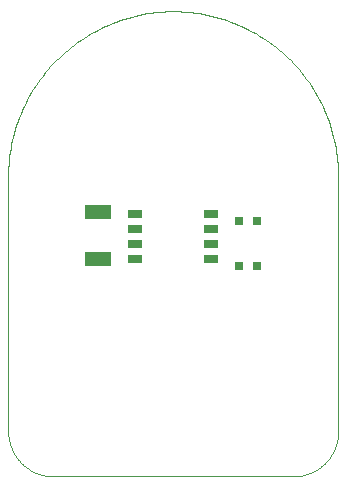
<source format=gtp>
G75*
%MOIN*%
%OFA0B0*%
%FSLAX25Y25*%
%IPPOS*%
%LPD*%
%AMOC8*
5,1,8,0,0,1.08239X$1,22.5*
%
%ADD10R,0.03150X0.03150*%
%ADD11R,0.05000X0.02500*%
%ADD12C,0.00000*%
%ADD13R,0.08661X0.05118*%
D10*
X0083847Y0089006D03*
X0089753Y0089006D03*
X0089753Y0104006D03*
X0083847Y0104006D03*
D11*
X0074359Y0106368D03*
X0074359Y0101368D03*
X0074359Y0096368D03*
X0074359Y0091368D03*
X0049162Y0091368D03*
X0049162Y0096368D03*
X0049162Y0101368D03*
X0049162Y0106368D03*
D12*
X0021800Y0019006D02*
X0101800Y0019006D01*
X0102162Y0019010D01*
X0102525Y0019024D01*
X0102887Y0019045D01*
X0103248Y0019076D01*
X0103608Y0019115D01*
X0103967Y0019163D01*
X0104325Y0019220D01*
X0104682Y0019285D01*
X0105037Y0019359D01*
X0105390Y0019442D01*
X0105741Y0019533D01*
X0106089Y0019632D01*
X0106435Y0019740D01*
X0106779Y0019856D01*
X0107119Y0019981D01*
X0107456Y0020113D01*
X0107790Y0020254D01*
X0108121Y0020403D01*
X0108448Y0020560D01*
X0108771Y0020724D01*
X0109090Y0020896D01*
X0109404Y0021076D01*
X0109715Y0021264D01*
X0110020Y0021459D01*
X0110321Y0021661D01*
X0110617Y0021871D01*
X0110907Y0022087D01*
X0111193Y0022311D01*
X0111473Y0022541D01*
X0111747Y0022778D01*
X0112015Y0023022D01*
X0112278Y0023272D01*
X0112534Y0023528D01*
X0112784Y0023791D01*
X0113028Y0024059D01*
X0113265Y0024333D01*
X0113495Y0024613D01*
X0113719Y0024899D01*
X0113935Y0025189D01*
X0114145Y0025485D01*
X0114347Y0025786D01*
X0114542Y0026091D01*
X0114730Y0026402D01*
X0114910Y0026716D01*
X0115082Y0027035D01*
X0115246Y0027358D01*
X0115403Y0027685D01*
X0115552Y0028016D01*
X0115693Y0028350D01*
X0115825Y0028687D01*
X0115950Y0029027D01*
X0116066Y0029371D01*
X0116174Y0029717D01*
X0116273Y0030065D01*
X0116364Y0030416D01*
X0116447Y0030769D01*
X0116521Y0031124D01*
X0116586Y0031481D01*
X0116643Y0031839D01*
X0116691Y0032198D01*
X0116730Y0032558D01*
X0116761Y0032919D01*
X0116782Y0033281D01*
X0116796Y0033644D01*
X0116800Y0034006D01*
X0116800Y0119006D01*
X0116784Y0120345D01*
X0116735Y0121684D01*
X0116653Y0123021D01*
X0116539Y0124355D01*
X0116393Y0125687D01*
X0116214Y0127014D01*
X0116003Y0128337D01*
X0115759Y0129654D01*
X0115484Y0130965D01*
X0115177Y0132268D01*
X0114838Y0133564D01*
X0114468Y0134851D01*
X0114067Y0136129D01*
X0113634Y0137397D01*
X0113171Y0138654D01*
X0112677Y0139899D01*
X0112153Y0141132D01*
X0111600Y0142351D01*
X0111016Y0143557D01*
X0110404Y0144748D01*
X0109763Y0145924D01*
X0109093Y0147084D01*
X0108395Y0148227D01*
X0107670Y0149353D01*
X0106917Y0150461D01*
X0106138Y0151551D01*
X0105332Y0152621D01*
X0104501Y0153671D01*
X0103644Y0154700D01*
X0102762Y0155709D01*
X0101857Y0156695D01*
X0100927Y0157659D01*
X0099974Y0158601D01*
X0098999Y0159519D01*
X0098001Y0160412D01*
X0096982Y0161282D01*
X0095942Y0162126D01*
X0094882Y0162944D01*
X0093802Y0163737D01*
X0092704Y0164503D01*
X0091586Y0165242D01*
X0090452Y0165954D01*
X0089300Y0166637D01*
X0088132Y0167293D01*
X0086948Y0167920D01*
X0085750Y0168518D01*
X0084537Y0169086D01*
X0083311Y0169625D01*
X0082072Y0170134D01*
X0080821Y0170612D01*
X0079558Y0171060D01*
X0078286Y0171477D01*
X0077003Y0171863D01*
X0075711Y0172218D01*
X0074411Y0172541D01*
X0073104Y0172832D01*
X0071790Y0173091D01*
X0070470Y0173318D01*
X0069145Y0173513D01*
X0067815Y0173676D01*
X0066482Y0173806D01*
X0065147Y0173904D01*
X0063809Y0173969D01*
X0062470Y0174002D01*
X0061130Y0174002D01*
X0059791Y0173969D01*
X0058453Y0173904D01*
X0057118Y0173806D01*
X0055785Y0173676D01*
X0054455Y0173513D01*
X0053130Y0173318D01*
X0051810Y0173091D01*
X0050496Y0172832D01*
X0049189Y0172541D01*
X0047889Y0172218D01*
X0046597Y0171863D01*
X0045314Y0171477D01*
X0044042Y0171060D01*
X0042779Y0170612D01*
X0041528Y0170134D01*
X0040289Y0169625D01*
X0039063Y0169086D01*
X0037850Y0168518D01*
X0036652Y0167920D01*
X0035468Y0167293D01*
X0034300Y0166637D01*
X0033148Y0165954D01*
X0032014Y0165242D01*
X0030896Y0164503D01*
X0029798Y0163737D01*
X0028718Y0162944D01*
X0027658Y0162126D01*
X0026618Y0161282D01*
X0025599Y0160412D01*
X0024601Y0159519D01*
X0023626Y0158601D01*
X0022673Y0157659D01*
X0021743Y0156695D01*
X0020838Y0155709D01*
X0019956Y0154700D01*
X0019099Y0153671D01*
X0018268Y0152621D01*
X0017462Y0151551D01*
X0016683Y0150461D01*
X0015930Y0149353D01*
X0015205Y0148227D01*
X0014507Y0147084D01*
X0013837Y0145924D01*
X0013196Y0144748D01*
X0012584Y0143557D01*
X0012000Y0142351D01*
X0011447Y0141132D01*
X0010923Y0139899D01*
X0010429Y0138654D01*
X0009966Y0137397D01*
X0009533Y0136129D01*
X0009132Y0134851D01*
X0008762Y0133564D01*
X0008423Y0132268D01*
X0008116Y0130965D01*
X0007841Y0129654D01*
X0007597Y0128337D01*
X0007386Y0127014D01*
X0007207Y0125687D01*
X0007061Y0124355D01*
X0006947Y0123021D01*
X0006865Y0121684D01*
X0006816Y0120345D01*
X0006800Y0119006D01*
X0006800Y0034006D01*
X0006804Y0033644D01*
X0006818Y0033281D01*
X0006839Y0032919D01*
X0006870Y0032558D01*
X0006909Y0032198D01*
X0006957Y0031839D01*
X0007014Y0031481D01*
X0007079Y0031124D01*
X0007153Y0030769D01*
X0007236Y0030416D01*
X0007327Y0030065D01*
X0007426Y0029717D01*
X0007534Y0029371D01*
X0007650Y0029027D01*
X0007775Y0028687D01*
X0007907Y0028350D01*
X0008048Y0028016D01*
X0008197Y0027685D01*
X0008354Y0027358D01*
X0008518Y0027035D01*
X0008690Y0026716D01*
X0008870Y0026402D01*
X0009058Y0026091D01*
X0009253Y0025786D01*
X0009455Y0025485D01*
X0009665Y0025189D01*
X0009881Y0024899D01*
X0010105Y0024613D01*
X0010335Y0024333D01*
X0010572Y0024059D01*
X0010816Y0023791D01*
X0011066Y0023528D01*
X0011322Y0023272D01*
X0011585Y0023022D01*
X0011853Y0022778D01*
X0012127Y0022541D01*
X0012407Y0022311D01*
X0012693Y0022087D01*
X0012983Y0021871D01*
X0013279Y0021661D01*
X0013580Y0021459D01*
X0013885Y0021264D01*
X0014196Y0021076D01*
X0014510Y0020896D01*
X0014829Y0020724D01*
X0015152Y0020560D01*
X0015479Y0020403D01*
X0015810Y0020254D01*
X0016144Y0020113D01*
X0016481Y0019981D01*
X0016821Y0019856D01*
X0017165Y0019740D01*
X0017511Y0019632D01*
X0017859Y0019533D01*
X0018210Y0019442D01*
X0018563Y0019359D01*
X0018918Y0019285D01*
X0019275Y0019220D01*
X0019633Y0019163D01*
X0019992Y0019115D01*
X0020352Y0019076D01*
X0020713Y0019045D01*
X0021075Y0019024D01*
X0021438Y0019010D01*
X0021800Y0019006D01*
D13*
X0036800Y0091423D03*
X0036800Y0106982D03*
M02*

</source>
